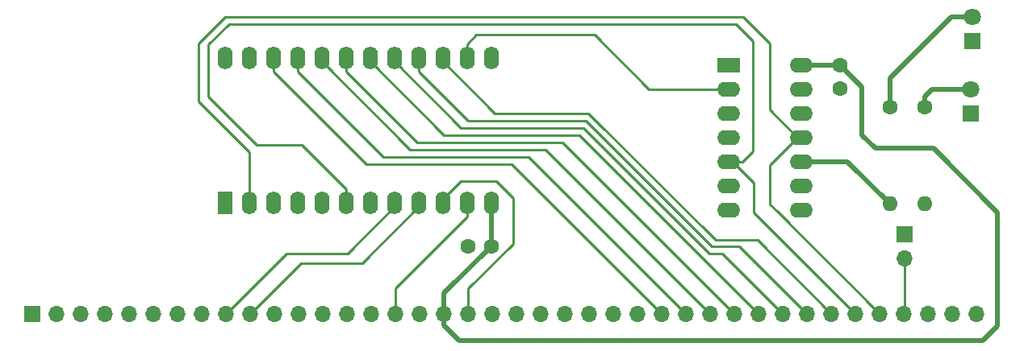
<source format=gbr>
G04 #@! TF.GenerationSoftware,KiCad,Pcbnew,(5.1.2)-2*
G04 #@! TF.CreationDate,2021-09-18T23:43:35+02:00*
G04 #@! TF.ProjectId,aZ80_SIO,615a3830-5f53-4494-9f2e-6b696361645f,rev?*
G04 #@! TF.SameCoordinates,Original*
G04 #@! TF.FileFunction,Copper,L1,Top*
G04 #@! TF.FilePolarity,Positive*
%FSLAX46Y46*%
G04 Gerber Fmt 4.6, Leading zero omitted, Abs format (unit mm)*
G04 Created by KiCad (PCBNEW (5.1.2)-2) date 2021-09-18 23:43:35*
%MOMM*%
%LPD*%
G04 APERTURE LIST*
%ADD10O,1.600000X1.600000*%
%ADD11C,1.600000*%
%ADD12O,1.600000X2.400000*%
%ADD13R,1.600000X2.400000*%
%ADD14O,2.400000X1.600000*%
%ADD15R,2.400000X1.600000*%
%ADD16O,1.700000X1.700000*%
%ADD17R,1.700000X1.700000*%
%ADD18C,1.800000*%
%ADD19R,1.800000X1.800000*%
%ADD20C,0.250000*%
%ADD21C,0.500000*%
G04 APERTURE END LIST*
D10*
X178943000Y-98425000D03*
D11*
X178943000Y-88265000D03*
D10*
X182626000Y-98425000D03*
D11*
X182626000Y-88265000D03*
D12*
X109220000Y-83058000D03*
X137160000Y-98298000D03*
X111760000Y-83058000D03*
X134620000Y-98298000D03*
X114300000Y-83058000D03*
X132080000Y-98298000D03*
X116840000Y-83058000D03*
X129540000Y-98298000D03*
X119380000Y-83058000D03*
X127000000Y-98298000D03*
X121920000Y-83058000D03*
X124460000Y-98298000D03*
X124460000Y-83058000D03*
X121920000Y-98298000D03*
X127000000Y-83058000D03*
X119380000Y-98298000D03*
X129540000Y-83058000D03*
X116840000Y-98298000D03*
X132080000Y-83058000D03*
X114300000Y-98298000D03*
X134620000Y-83058000D03*
X111760000Y-98298000D03*
X137160000Y-83058000D03*
D13*
X109220000Y-98298000D03*
D14*
X169672000Y-83820000D03*
X162052000Y-99060000D03*
X169672000Y-86360000D03*
X162052000Y-96520000D03*
X169672000Y-88900000D03*
X162052000Y-93980000D03*
X169672000Y-91440000D03*
X162052000Y-91440000D03*
X169672000Y-93980000D03*
X162052000Y-88900000D03*
X169672000Y-96520000D03*
X162052000Y-86360000D03*
X169672000Y-99060000D03*
D15*
X162052000Y-83820000D03*
D16*
X180467000Y-104140000D03*
D17*
X180467000Y-101600000D03*
D18*
X187579000Y-78740000D03*
D19*
X187579000Y-81280000D03*
D18*
X187452000Y-86360000D03*
D19*
X187452000Y-88900000D03*
D11*
X134660000Y-102870000D03*
X137160000Y-102870000D03*
X173736000Y-86320000D03*
X173736000Y-83820000D03*
D16*
X188060000Y-110000000D03*
X185520000Y-110000000D03*
X182980000Y-110000000D03*
X180440000Y-110000000D03*
X177900000Y-110000000D03*
X175360000Y-110000000D03*
X172820000Y-110000000D03*
X170280000Y-110000000D03*
X167740000Y-110000000D03*
X165200000Y-110000000D03*
X162660000Y-110000000D03*
X160120000Y-110000000D03*
X157580000Y-110000000D03*
X155040000Y-110000000D03*
X152500000Y-110000000D03*
X149960000Y-110000000D03*
X147420000Y-110000000D03*
X144880000Y-110000000D03*
X142340000Y-110000000D03*
X139800000Y-110000000D03*
X137260000Y-110000000D03*
X134720000Y-110000000D03*
X132180000Y-110000000D03*
X129640000Y-110000000D03*
X127100000Y-110000000D03*
X124560000Y-110000000D03*
X122020000Y-110000000D03*
X119480000Y-110000000D03*
X116940000Y-110000000D03*
X114400000Y-110000000D03*
X111860000Y-110000000D03*
X109320000Y-110000000D03*
X106780000Y-110000000D03*
X104240000Y-110000000D03*
X101700000Y-110000000D03*
X99160000Y-110000000D03*
X96620000Y-110000000D03*
X94080000Y-110000000D03*
X91540000Y-110000000D03*
D17*
X89000000Y-110000000D03*
D20*
X180467000Y-109973000D02*
X180440000Y-110000000D01*
X180467000Y-104140000D02*
X180467000Y-109973000D01*
X166370000Y-98470000D02*
X167173000Y-99273000D01*
X166960000Y-99060000D02*
X167173000Y-99273000D01*
X167173000Y-99273000D02*
X177900000Y-110000000D01*
X166370000Y-81534000D02*
X166370000Y-84074000D01*
X163576000Y-78740000D02*
X166370000Y-81534000D01*
X109220000Y-78740000D02*
X163576000Y-78740000D01*
X166370000Y-83820000D02*
X166370000Y-84074000D01*
X111760000Y-92964000D02*
X106426000Y-87630000D01*
X106426000Y-87630000D02*
X106426000Y-81534000D01*
X111760000Y-98298000D02*
X111760000Y-92964000D01*
X106426000Y-81534000D02*
X109220000Y-78740000D01*
X166370000Y-94342000D02*
X169272000Y-91440000D01*
X166370000Y-98470000D02*
X166370000Y-94342000D01*
X166370000Y-88538000D02*
X166370000Y-84074000D01*
X169272000Y-91440000D02*
X166370000Y-88538000D01*
X169672000Y-91440000D02*
X169272000Y-91440000D01*
X164674000Y-99314000D02*
X175360000Y-110000000D01*
X162452000Y-93980000D02*
X162052000Y-93980000D01*
X164674000Y-96202000D02*
X162452000Y-93980000D01*
X164674000Y-99314000D02*
X164674000Y-96202000D01*
X121920000Y-96848000D02*
X121920000Y-98298000D01*
X117274000Y-92202000D02*
X121920000Y-96848000D01*
X112522000Y-92202000D02*
X117274000Y-92202000D01*
X107442000Y-87122000D02*
X112522000Y-92202000D01*
X162052000Y-93980000D02*
X163502000Y-93980000D01*
X163502000Y-93980000D02*
X164592000Y-92890000D01*
X164592000Y-92890000D02*
X164592000Y-81280000D01*
X164592000Y-81280000D02*
X162814000Y-79502000D01*
X162814000Y-79502000D02*
X109602410Y-79502000D01*
X107442000Y-81662410D02*
X107442000Y-87122000D01*
X109602410Y-79502000D02*
X107442000Y-81662410D01*
X132080000Y-83458000D02*
X137522000Y-88900000D01*
X132080000Y-83058000D02*
X132080000Y-83458000D01*
X137522000Y-88900000D02*
X147320000Y-88900000D01*
X147320000Y-88900000D02*
X160655000Y-102235000D01*
X165055000Y-102235000D02*
X172820000Y-110000000D01*
X160655000Y-102235000D02*
X165055000Y-102235000D01*
X163150000Y-102870000D02*
X170280000Y-110000000D01*
X160274000Y-102870000D02*
X163150000Y-102870000D01*
X147066000Y-89662000D02*
X160274000Y-102870000D01*
X134694000Y-89662000D02*
X147066000Y-89662000D01*
X129540000Y-83058000D02*
X129540000Y-84508000D01*
X129540000Y-84508000D02*
X134694000Y-89662000D01*
X127000000Y-83458000D02*
X133966000Y-90424000D01*
X127000000Y-83058000D02*
X127000000Y-83458000D01*
X133966000Y-90424000D02*
X146812000Y-90424000D01*
X146812000Y-90424000D02*
X160020000Y-103632000D01*
X161372000Y-103632000D02*
X167740000Y-110000000D01*
X160020000Y-103632000D02*
X161372000Y-103632000D01*
X124460000Y-83458000D02*
X132188000Y-91186000D01*
X124460000Y-83058000D02*
X124460000Y-83458000D01*
X146386000Y-91186000D02*
X165100000Y-109900000D01*
X132188000Y-91186000D02*
X146386000Y-91186000D01*
X165100000Y-109900000D02*
X165200000Y-110000000D01*
X121920000Y-84508000D02*
X129360000Y-91948000D01*
X121920000Y-83058000D02*
X121920000Y-84508000D01*
X144608000Y-91948000D02*
X162660000Y-110000000D01*
X129360000Y-91948000D02*
X144608000Y-91948000D01*
X119380000Y-83458000D02*
X128632000Y-92710000D01*
X119380000Y-83058000D02*
X119380000Y-83458000D01*
X142830000Y-92710000D02*
X160120000Y-110000000D01*
X128632000Y-92710000D02*
X142830000Y-92710000D01*
X116840000Y-84508000D02*
X125804000Y-93472000D01*
X116840000Y-83058000D02*
X116840000Y-84508000D01*
X141052000Y-93472000D02*
X157580000Y-110000000D01*
X125804000Y-93472000D02*
X141052000Y-93472000D01*
X114300000Y-84508000D02*
X124026000Y-94234000D01*
X114300000Y-83058000D02*
X114300000Y-84508000D01*
X139274000Y-94234000D02*
X155040000Y-110000000D01*
X124026000Y-94234000D02*
X139274000Y-94234000D01*
D21*
X132180000Y-107850000D02*
X137160000Y-102870000D01*
X132180000Y-110000000D02*
X132180000Y-107850000D01*
X137160000Y-102870000D02*
X137160000Y-98298000D01*
X132180000Y-111202081D02*
X133753919Y-112776000D01*
X132180000Y-110000000D02*
X132180000Y-111202081D01*
X133753919Y-112776000D02*
X188722000Y-112776000D01*
X188722000Y-112776000D02*
X190246000Y-111252000D01*
X173736000Y-83820000D02*
X169672000Y-83820000D01*
X190246000Y-111252000D02*
X190246000Y-99314000D01*
X190246000Y-99314000D02*
X183515000Y-92583000D01*
X183515000Y-92583000D02*
X177419000Y-92583000D01*
X177419000Y-92583000D02*
X176022000Y-91186000D01*
X176022000Y-86106000D02*
X173736000Y-83820000D01*
X176022000Y-91186000D02*
X176022000Y-86106000D01*
D20*
X162452000Y-88900000D02*
X162052000Y-88900000D01*
D21*
X186179208Y-86360000D02*
X187452000Y-86360000D01*
X183399630Y-86360000D02*
X186179208Y-86360000D01*
X182626000Y-87133630D02*
X183399630Y-86360000D01*
X182626000Y-88265000D02*
X182626000Y-87133630D01*
X178943000Y-88265000D02*
X178943000Y-85217000D01*
X178943000Y-85217000D02*
X185420000Y-78740000D01*
X185420000Y-78740000D02*
X187579000Y-78740000D01*
D20*
X139700000Y-109900000D02*
X139800000Y-110000000D01*
X134720000Y-107342000D02*
X134720000Y-110000000D01*
X132080000Y-97898000D02*
X133966000Y-96012000D01*
X132080000Y-98298000D02*
X132080000Y-97898000D01*
X133966000Y-96012000D02*
X137668000Y-96012000D01*
X137668000Y-96012000D02*
X139446000Y-97790000D01*
X139446000Y-97790000D02*
X139446000Y-102616000D01*
X139446000Y-102616000D02*
X134720000Y-107342000D01*
X127100000Y-108797919D02*
X127100000Y-110000000D01*
X127100000Y-107268000D02*
X127100000Y-108797919D01*
X134620000Y-99748000D02*
X127100000Y-107268000D01*
X134620000Y-98298000D02*
X134620000Y-99748000D01*
X129540000Y-98698000D02*
X123590000Y-104648000D01*
X129540000Y-98298000D02*
X129540000Y-98698000D01*
X117212000Y-104648000D02*
X111860000Y-110000000D01*
X123590000Y-104648000D02*
X117212000Y-104648000D01*
X127000000Y-98698000D02*
X122066000Y-103632000D01*
X127000000Y-98298000D02*
X127000000Y-98698000D01*
X115688000Y-103632000D02*
X109320000Y-110000000D01*
X122066000Y-103632000D02*
X115688000Y-103632000D01*
X162052000Y-96520000D02*
X162452000Y-96520000D01*
D21*
X174498000Y-93980000D02*
X178943000Y-98425000D01*
X169672000Y-93980000D02*
X174498000Y-93980000D01*
D20*
X134620000Y-81608000D02*
X135583000Y-80645000D01*
X134620000Y-83058000D02*
X134620000Y-81608000D01*
X135583000Y-80645000D02*
X147955000Y-80645000D01*
X153670000Y-86360000D02*
X162052000Y-86360000D01*
X147955000Y-80645000D02*
X153670000Y-86360000D01*
X169272000Y-99060000D02*
X169672000Y-99060000D01*
M02*

</source>
